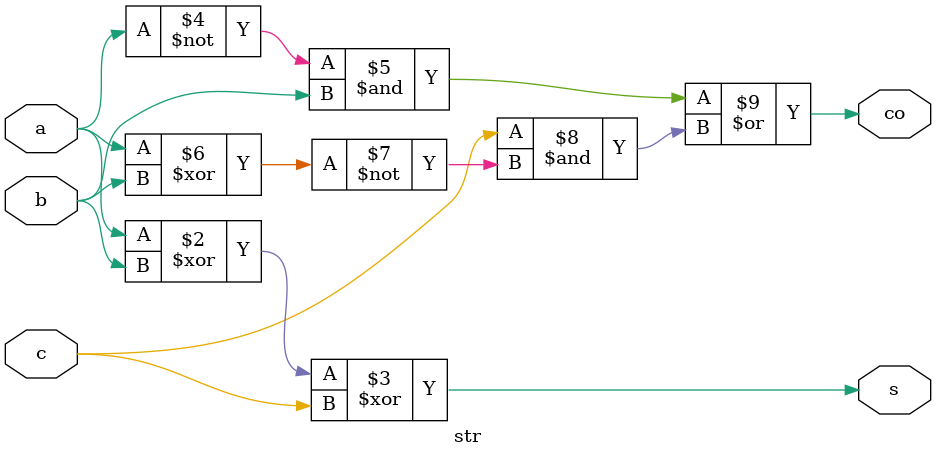
<source format=sv>
`timescale 10ns/1ns 
module str(s,co,a,b,c); 
  input a,b,c; 
  output reg s,co; 
  always @(*)
    begin 
      s=a^b^c;
      co=(~a)&b|(c&(~(a^b)));
    end
  
endmodule
</source>
